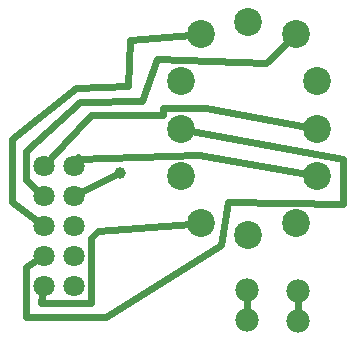
<source format=gbl>
G04 MADE WITH FRITZING*
G04 WWW.FRITZING.ORG*
G04 DOUBLE SIDED*
G04 HOLES PLATED*
G04 CONTOUR ON CENTER OF CONTOUR VECTOR*
%ASAXBY*%
%FSLAX23Y23*%
%MOIN*%
%OFA0B0*%
%SFA1.0B1.0*%
%ADD10C,0.039370*%
%ADD11C,0.070889*%
%ADD12C,0.057000*%
%ADD13C,0.093195*%
%ADD14C,0.078000*%
%ADD15C,0.024000*%
%LNCOPPER0*%
G90*
G70*
G54D10*
X392Y569D03*
G54D11*
X137Y193D03*
X237Y193D03*
X137Y293D03*
X237Y293D03*
X137Y393D03*
X237Y393D03*
X137Y493D03*
X237Y493D03*
X137Y593D03*
X237Y593D03*
G54D12*
X137Y193D03*
X237Y193D03*
X137Y293D03*
X237Y293D03*
X137Y393D03*
X237Y393D03*
X137Y493D03*
X237Y493D03*
X137Y593D03*
X237Y593D03*
G54D13*
X978Y401D03*
X1047Y559D03*
X663Y401D03*
X594Y559D03*
X594Y716D03*
X594Y874D03*
X663Y1031D03*
X820Y1071D03*
X978Y1031D03*
X1047Y874D03*
X1047Y716D03*
X820Y362D03*
G54D14*
X984Y75D03*
X984Y175D03*
X984Y75D03*
X984Y175D03*
X815Y79D03*
X815Y179D03*
X815Y79D03*
X815Y179D03*
G54D15*
X656Y629D02*
X1014Y565D01*
D02*
X248Y617D02*
X656Y629D01*
D02*
X251Y623D02*
X248Y617D01*
D02*
X984Y105D02*
X984Y144D01*
D02*
X160Y617D02*
X296Y761D01*
D02*
X296Y137D02*
X296Y353D01*
D02*
X128Y137D02*
X296Y137D01*
D02*
X132Y161D02*
X128Y137D01*
D02*
X680Y785D02*
X1014Y722D01*
D02*
X536Y785D02*
X680Y785D01*
D02*
X536Y761D02*
X536Y785D01*
D02*
X296Y761D02*
X536Y761D01*
D02*
X320Y377D02*
X630Y399D01*
D02*
X296Y353D02*
X320Y377D01*
D02*
X80Y545D02*
X80Y641D01*
D02*
X113Y515D02*
X80Y545D01*
D02*
X464Y809D02*
X515Y949D01*
D02*
X260Y807D02*
X464Y809D01*
D02*
X80Y641D02*
X260Y807D01*
D02*
X878Y937D02*
X954Y1008D01*
D02*
X515Y949D02*
X878Y937D01*
D02*
X32Y681D02*
X244Y851D01*
D02*
X417Y859D02*
X425Y1012D01*
D02*
X244Y851D02*
X417Y859D01*
D02*
X32Y473D02*
X32Y681D01*
D02*
X111Y413D02*
X32Y473D01*
D02*
X344Y89D02*
X728Y329D01*
D02*
X80Y89D02*
X344Y89D01*
D02*
X80Y257D02*
X80Y89D01*
D02*
X110Y276D02*
X80Y257D01*
D02*
X425Y1012D02*
X630Y1029D01*
D02*
X1134Y464D02*
X1136Y617D01*
D02*
X752Y473D02*
X1134Y464D01*
D02*
X728Y329D02*
X752Y473D01*
D02*
X1136Y617D02*
X627Y710D01*
D02*
X267Y508D02*
X375Y561D01*
D02*
X815Y148D02*
X815Y109D01*
G04 End of Copper0*
M02*
</source>
